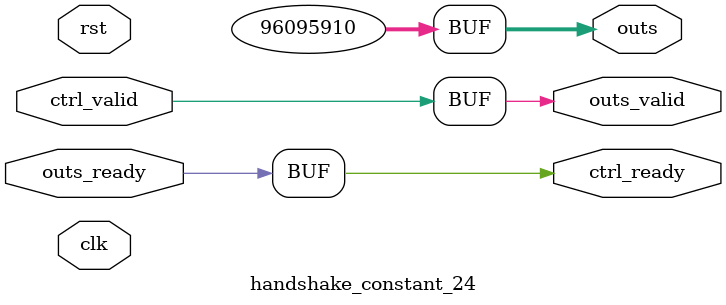
<source format=v>
`timescale 1ns / 1ps
module handshake_constant_24 #(
  parameter DATA_WIDTH = 32  // Default set to 32 bits
) (
  input                       clk,
  input                       rst,
  // Input Channel
  input                       ctrl_valid,
  output                      ctrl_ready,
  // Output Channel
  output [DATA_WIDTH - 1 : 0] outs,
  output                      outs_valid,
  input                       outs_ready
);
  assign outs       = 27'b101101110100100111010100110;
  assign outs_valid = ctrl_valid;
  assign ctrl_ready = outs_ready;

endmodule

</source>
